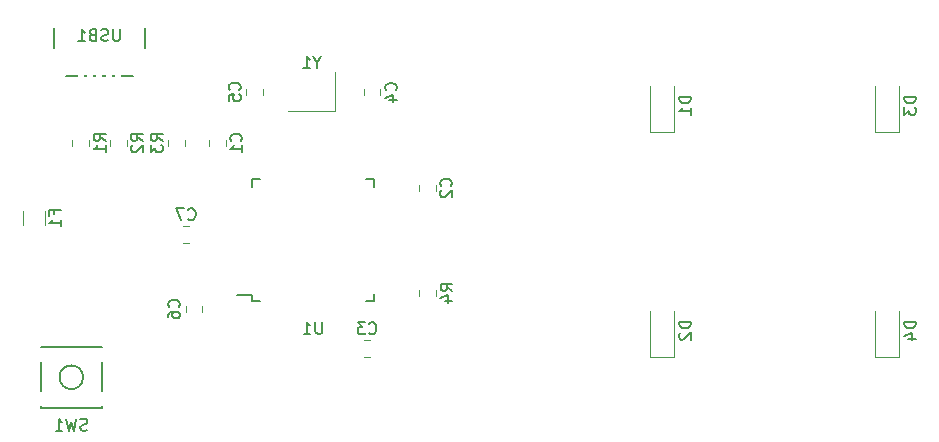
<source format=gbo>
G04 #@! TF.GenerationSoftware,KiCad,Pcbnew,(5.1.5)-3*
G04 #@! TF.CreationDate,2020-07-11T00:43:04+09:00*
G04 #@! TF.ProjectId,kicad-pcb-01,6b696361-642d-4706-9362-2d30312e6b69,rev?*
G04 #@! TF.SameCoordinates,Original*
G04 #@! TF.FileFunction,Legend,Bot*
G04 #@! TF.FilePolarity,Positive*
%FSLAX46Y46*%
G04 Gerber Fmt 4.6, Leading zero omitted, Abs format (unit mm)*
G04 Created by KiCad (PCBNEW (5.1.5)-3) date 2020-07-11 00:43:04*
%MOMM*%
%LPD*%
G04 APERTURE LIST*
%ADD10C,0.120000*%
%ADD11C,0.150000*%
%ADD12R,1.502000X1.302000*%
%ADD13O,1.802000X2.802000*%
%ADD14R,0.602000X2.352000*%
%ADD15R,0.652000X1.602000*%
%ADD16R,1.602000X0.652000*%
%ADD17R,1.902000X1.202000*%
%ADD18C,0.100000*%
%ADD19C,1.852000*%
%ADD20C,2.352000*%
%ADD21C,4.089800*%
%ADD22C,2.352000*%
%ADD23R,1.302000X1.002000*%
G04 APERTURE END LIST*
D10*
X128714250Y-114013250D02*
X124714250Y-114013250D01*
X128714250Y-110713250D02*
X128714250Y-114013250D01*
D11*
X104893750Y-105568750D02*
X104893750Y-111018750D01*
X112593750Y-105568750D02*
X112593750Y-111018750D01*
X104893750Y-111018750D02*
X112593750Y-111018750D01*
X121666250Y-129536250D02*
X120391250Y-129536250D01*
X132016250Y-130111250D02*
X131341250Y-130111250D01*
X132016250Y-119761250D02*
X131341250Y-119761250D01*
X121666250Y-119761250D02*
X122341250Y-119761250D01*
X121666250Y-130111250D02*
X122341250Y-130111250D01*
X121666250Y-119761250D02*
X121666250Y-120436250D01*
X132016250Y-119761250D02*
X132016250Y-120436250D01*
X132016250Y-130111250D02*
X132016250Y-129436250D01*
X121666250Y-130111250D02*
X121666250Y-129536250D01*
X108962500Y-133925000D02*
X103762500Y-133925000D01*
X103762500Y-133925000D02*
X103762500Y-139125000D01*
X103762500Y-139125000D02*
X108962500Y-139125000D01*
X108962500Y-139125000D02*
X108962500Y-133925000D01*
X107362500Y-136525000D02*
G75*
G03X107362500Y-136525000I-1000000J0D01*
G01*
D10*
X135815000Y-129639828D02*
X135815000Y-129122672D01*
X137235000Y-129639828D02*
X137235000Y-129122672D01*
X115994250Y-116422672D02*
X115994250Y-116939828D01*
X114574250Y-116422672D02*
X114574250Y-116939828D01*
X109621250Y-116939828D02*
X109621250Y-116422672D01*
X111041250Y-116939828D02*
X111041250Y-116422672D01*
X106446250Y-116939828D02*
X106446250Y-116422672D01*
X107866250Y-116939828D02*
X107866250Y-116422672D01*
X102277500Y-123633314D02*
X102277500Y-122429186D01*
X104097500Y-123633314D02*
X104097500Y-122429186D01*
X176418750Y-134806250D02*
X176418750Y-130906250D01*
X174418750Y-134806250D02*
X174418750Y-130906250D01*
X176418750Y-134806250D02*
X174418750Y-134806250D01*
X176418750Y-115756250D02*
X176418750Y-111856250D01*
X174418750Y-115756250D02*
X174418750Y-111856250D01*
X176418750Y-115756250D02*
X174418750Y-115756250D01*
X157368750Y-134806250D02*
X157368750Y-130906250D01*
X155368750Y-134806250D02*
X155368750Y-130906250D01*
X157368750Y-134806250D02*
X155368750Y-134806250D01*
X157368750Y-115756250D02*
X157368750Y-111856250D01*
X155368750Y-115756250D02*
X155368750Y-111856250D01*
X157368750Y-115756250D02*
X155368750Y-115756250D01*
X116353328Y-125138250D02*
X115836172Y-125138250D01*
X116353328Y-123718250D02*
X115836172Y-123718250D01*
X117454750Y-130487922D02*
X117454750Y-131005078D01*
X116034750Y-130487922D02*
X116034750Y-131005078D01*
X122598250Y-112104672D02*
X122598250Y-112621828D01*
X121178250Y-112104672D02*
X121178250Y-112621828D01*
X131116000Y-112653578D02*
X131116000Y-112136422D01*
X132536000Y-112653578D02*
X132536000Y-112136422D01*
X131671828Y-134790250D02*
X131154672Y-134790250D01*
X131671828Y-133370250D02*
X131154672Y-133370250D01*
X135783250Y-120749828D02*
X135783250Y-120232672D01*
X137203250Y-120749828D02*
X137203250Y-120232672D01*
X118003250Y-116939828D02*
X118003250Y-116422672D01*
X119423250Y-116939828D02*
X119423250Y-116422672D01*
D11*
X127190440Y-109889440D02*
X127190440Y-110365630D01*
X127523773Y-109365630D02*
X127190440Y-109889440D01*
X126857107Y-109365630D01*
X125999964Y-110365630D02*
X126571392Y-110365630D01*
X126285678Y-110365630D02*
X126285678Y-109365630D01*
X126380916Y-109508488D01*
X126476154Y-109603726D01*
X126571392Y-109651345D01*
X110481845Y-107053130D02*
X110481845Y-107862654D01*
X110434226Y-107957892D01*
X110386607Y-108005511D01*
X110291369Y-108053130D01*
X110100892Y-108053130D01*
X110005654Y-108005511D01*
X109958035Y-107957892D01*
X109910416Y-107862654D01*
X109910416Y-107053130D01*
X109481845Y-108005511D02*
X109338988Y-108053130D01*
X109100892Y-108053130D01*
X109005654Y-108005511D01*
X108958035Y-107957892D01*
X108910416Y-107862654D01*
X108910416Y-107767416D01*
X108958035Y-107672178D01*
X109005654Y-107624559D01*
X109100892Y-107576940D01*
X109291369Y-107529321D01*
X109386607Y-107481702D01*
X109434226Y-107434083D01*
X109481845Y-107338845D01*
X109481845Y-107243607D01*
X109434226Y-107148369D01*
X109386607Y-107100750D01*
X109291369Y-107053130D01*
X109053273Y-107053130D01*
X108910416Y-107100750D01*
X108148511Y-107529321D02*
X108005654Y-107576940D01*
X107958035Y-107624559D01*
X107910416Y-107719797D01*
X107910416Y-107862654D01*
X107958035Y-107957892D01*
X108005654Y-108005511D01*
X108100892Y-108053130D01*
X108481845Y-108053130D01*
X108481845Y-107053130D01*
X108148511Y-107053130D01*
X108053273Y-107100750D01*
X108005654Y-107148369D01*
X107958035Y-107243607D01*
X107958035Y-107338845D01*
X108005654Y-107434083D01*
X108053273Y-107481702D01*
X108148511Y-107529321D01*
X108481845Y-107529321D01*
X106958035Y-108053130D02*
X107529464Y-108053130D01*
X107243750Y-108053130D02*
X107243750Y-107053130D01*
X107338988Y-107195988D01*
X107434226Y-107291226D01*
X107529464Y-107338845D01*
X127603154Y-131838630D02*
X127603154Y-132648154D01*
X127555535Y-132743392D01*
X127507916Y-132791011D01*
X127412678Y-132838630D01*
X127222202Y-132838630D01*
X127126964Y-132791011D01*
X127079345Y-132743392D01*
X127031726Y-132648154D01*
X127031726Y-131838630D01*
X126031726Y-132838630D02*
X126603154Y-132838630D01*
X126317440Y-132838630D02*
X126317440Y-131838630D01*
X126412678Y-131981488D01*
X126507916Y-132076726D01*
X126603154Y-132124345D01*
X107695833Y-140993761D02*
X107552976Y-141041380D01*
X107314880Y-141041380D01*
X107219642Y-140993761D01*
X107172023Y-140946142D01*
X107124404Y-140850904D01*
X107124404Y-140755666D01*
X107172023Y-140660428D01*
X107219642Y-140612809D01*
X107314880Y-140565190D01*
X107505357Y-140517571D01*
X107600595Y-140469952D01*
X107648214Y-140422333D01*
X107695833Y-140327095D01*
X107695833Y-140231857D01*
X107648214Y-140136619D01*
X107600595Y-140089000D01*
X107505357Y-140041380D01*
X107267261Y-140041380D01*
X107124404Y-140089000D01*
X106791071Y-140041380D02*
X106552976Y-141041380D01*
X106362500Y-140327095D01*
X106172023Y-141041380D01*
X105933928Y-140041380D01*
X105029166Y-141041380D02*
X105600595Y-141041380D01*
X105314880Y-141041380D02*
X105314880Y-140041380D01*
X105410119Y-140184238D01*
X105505357Y-140279476D01*
X105600595Y-140327095D01*
X138627380Y-129214583D02*
X138151190Y-128881250D01*
X138627380Y-128643154D02*
X137627380Y-128643154D01*
X137627380Y-129024107D01*
X137675000Y-129119345D01*
X137722619Y-129166964D01*
X137817857Y-129214583D01*
X137960714Y-129214583D01*
X138055952Y-129166964D01*
X138103571Y-129119345D01*
X138151190Y-129024107D01*
X138151190Y-128643154D01*
X137960714Y-130071726D02*
X138627380Y-130071726D01*
X137579761Y-129833630D02*
X138294047Y-129595535D01*
X138294047Y-130214583D01*
X114086630Y-116514583D02*
X113610440Y-116181250D01*
X114086630Y-115943154D02*
X113086630Y-115943154D01*
X113086630Y-116324107D01*
X113134250Y-116419345D01*
X113181869Y-116466964D01*
X113277107Y-116514583D01*
X113419964Y-116514583D01*
X113515202Y-116466964D01*
X113562821Y-116419345D01*
X113610440Y-116324107D01*
X113610440Y-115943154D01*
X113086630Y-116847916D02*
X113086630Y-117466964D01*
X113467583Y-117133630D01*
X113467583Y-117276488D01*
X113515202Y-117371726D01*
X113562821Y-117419345D01*
X113658059Y-117466964D01*
X113896154Y-117466964D01*
X113991392Y-117419345D01*
X114039011Y-117371726D01*
X114086630Y-117276488D01*
X114086630Y-116990773D01*
X114039011Y-116895535D01*
X113991392Y-116847916D01*
X112433630Y-116514583D02*
X111957440Y-116181250D01*
X112433630Y-115943154D02*
X111433630Y-115943154D01*
X111433630Y-116324107D01*
X111481250Y-116419345D01*
X111528869Y-116466964D01*
X111624107Y-116514583D01*
X111766964Y-116514583D01*
X111862202Y-116466964D01*
X111909821Y-116419345D01*
X111957440Y-116324107D01*
X111957440Y-115943154D01*
X111528869Y-116895535D02*
X111481250Y-116943154D01*
X111433630Y-117038392D01*
X111433630Y-117276488D01*
X111481250Y-117371726D01*
X111528869Y-117419345D01*
X111624107Y-117466964D01*
X111719345Y-117466964D01*
X111862202Y-117419345D01*
X112433630Y-116847916D01*
X112433630Y-117466964D01*
X109258630Y-116514583D02*
X108782440Y-116181250D01*
X109258630Y-115943154D02*
X108258630Y-115943154D01*
X108258630Y-116324107D01*
X108306250Y-116419345D01*
X108353869Y-116466964D01*
X108449107Y-116514583D01*
X108591964Y-116514583D01*
X108687202Y-116466964D01*
X108734821Y-116419345D01*
X108782440Y-116324107D01*
X108782440Y-115943154D01*
X109258630Y-117466964D02*
X109258630Y-116895535D01*
X109258630Y-117181250D02*
X108258630Y-117181250D01*
X108401488Y-117086011D01*
X108496726Y-116990773D01*
X108544345Y-116895535D01*
X104936071Y-122697916D02*
X104936071Y-122364583D01*
X105459880Y-122364583D02*
X104459880Y-122364583D01*
X104459880Y-122840773D01*
X105459880Y-123745535D02*
X105459880Y-123174107D01*
X105459880Y-123459821D02*
X104459880Y-123459821D01*
X104602738Y-123364583D01*
X104697976Y-123269345D01*
X104745595Y-123174107D01*
X177871130Y-131818154D02*
X176871130Y-131818154D01*
X176871130Y-132056250D01*
X176918750Y-132199107D01*
X177013988Y-132294345D01*
X177109226Y-132341964D01*
X177299702Y-132389583D01*
X177442559Y-132389583D01*
X177633035Y-132341964D01*
X177728273Y-132294345D01*
X177823511Y-132199107D01*
X177871130Y-132056250D01*
X177871130Y-131818154D01*
X177204464Y-133246726D02*
X177871130Y-133246726D01*
X176823511Y-133008630D02*
X177537797Y-132770535D01*
X177537797Y-133389583D01*
X177871130Y-112768154D02*
X176871130Y-112768154D01*
X176871130Y-113006250D01*
X176918750Y-113149107D01*
X177013988Y-113244345D01*
X177109226Y-113291964D01*
X177299702Y-113339583D01*
X177442559Y-113339583D01*
X177633035Y-113291964D01*
X177728273Y-113244345D01*
X177823511Y-113149107D01*
X177871130Y-113006250D01*
X177871130Y-112768154D01*
X176871130Y-113672916D02*
X176871130Y-114291964D01*
X177252083Y-113958630D01*
X177252083Y-114101488D01*
X177299702Y-114196726D01*
X177347321Y-114244345D01*
X177442559Y-114291964D01*
X177680654Y-114291964D01*
X177775892Y-114244345D01*
X177823511Y-114196726D01*
X177871130Y-114101488D01*
X177871130Y-113815773D01*
X177823511Y-113720535D01*
X177775892Y-113672916D01*
X158821130Y-131818154D02*
X157821130Y-131818154D01*
X157821130Y-132056250D01*
X157868750Y-132199107D01*
X157963988Y-132294345D01*
X158059226Y-132341964D01*
X158249702Y-132389583D01*
X158392559Y-132389583D01*
X158583035Y-132341964D01*
X158678273Y-132294345D01*
X158773511Y-132199107D01*
X158821130Y-132056250D01*
X158821130Y-131818154D01*
X157916369Y-132770535D02*
X157868750Y-132818154D01*
X157821130Y-132913392D01*
X157821130Y-133151488D01*
X157868750Y-133246726D01*
X157916369Y-133294345D01*
X158011607Y-133341964D01*
X158106845Y-133341964D01*
X158249702Y-133294345D01*
X158821130Y-132722916D01*
X158821130Y-133341964D01*
X158821130Y-112768154D02*
X157821130Y-112768154D01*
X157821130Y-113006250D01*
X157868750Y-113149107D01*
X157963988Y-113244345D01*
X158059226Y-113291964D01*
X158249702Y-113339583D01*
X158392559Y-113339583D01*
X158583035Y-113291964D01*
X158678273Y-113244345D01*
X158773511Y-113149107D01*
X158821130Y-113006250D01*
X158821130Y-112768154D01*
X158821130Y-114291964D02*
X158821130Y-113720535D01*
X158821130Y-114006250D02*
X157821130Y-114006250D01*
X157963988Y-113911011D01*
X158059226Y-113815773D01*
X158106845Y-113720535D01*
X116261416Y-123135392D02*
X116309035Y-123183011D01*
X116451892Y-123230630D01*
X116547130Y-123230630D01*
X116689988Y-123183011D01*
X116785226Y-123087773D01*
X116832845Y-122992535D01*
X116880464Y-122802059D01*
X116880464Y-122659202D01*
X116832845Y-122468726D01*
X116785226Y-122373488D01*
X116689988Y-122278250D01*
X116547130Y-122230630D01*
X116451892Y-122230630D01*
X116309035Y-122278250D01*
X116261416Y-122325869D01*
X115928083Y-122230630D02*
X115261416Y-122230630D01*
X115689988Y-123230630D01*
X115451892Y-130579833D02*
X115499511Y-130532214D01*
X115547130Y-130389357D01*
X115547130Y-130294119D01*
X115499511Y-130151261D01*
X115404273Y-130056023D01*
X115309035Y-130008404D01*
X115118559Y-129960785D01*
X114975702Y-129960785D01*
X114785226Y-130008404D01*
X114689988Y-130056023D01*
X114594750Y-130151261D01*
X114547130Y-130294119D01*
X114547130Y-130389357D01*
X114594750Y-130532214D01*
X114642369Y-130579833D01*
X114547130Y-131436976D02*
X114547130Y-131246500D01*
X114594750Y-131151261D01*
X114642369Y-131103642D01*
X114785226Y-131008404D01*
X114975702Y-130960785D01*
X115356654Y-130960785D01*
X115451892Y-131008404D01*
X115499511Y-131056023D01*
X115547130Y-131151261D01*
X115547130Y-131341738D01*
X115499511Y-131436976D01*
X115451892Y-131484595D01*
X115356654Y-131532214D01*
X115118559Y-131532214D01*
X115023321Y-131484595D01*
X114975702Y-131436976D01*
X114928083Y-131341738D01*
X114928083Y-131151261D01*
X114975702Y-131056023D01*
X115023321Y-131008404D01*
X115118559Y-130960785D01*
X120595392Y-112196583D02*
X120643011Y-112148964D01*
X120690630Y-112006107D01*
X120690630Y-111910869D01*
X120643011Y-111768011D01*
X120547773Y-111672773D01*
X120452535Y-111625154D01*
X120262059Y-111577535D01*
X120119202Y-111577535D01*
X119928726Y-111625154D01*
X119833488Y-111672773D01*
X119738250Y-111768011D01*
X119690630Y-111910869D01*
X119690630Y-112006107D01*
X119738250Y-112148964D01*
X119785869Y-112196583D01*
X119690630Y-113101345D02*
X119690630Y-112625154D01*
X120166821Y-112577535D01*
X120119202Y-112625154D01*
X120071583Y-112720392D01*
X120071583Y-112958488D01*
X120119202Y-113053726D01*
X120166821Y-113101345D01*
X120262059Y-113148964D01*
X120500154Y-113148964D01*
X120595392Y-113101345D01*
X120643011Y-113053726D01*
X120690630Y-112958488D01*
X120690630Y-112720392D01*
X120643011Y-112625154D01*
X120595392Y-112577535D01*
X133833142Y-112228333D02*
X133880761Y-112180714D01*
X133928380Y-112037857D01*
X133928380Y-111942619D01*
X133880761Y-111799761D01*
X133785523Y-111704523D01*
X133690285Y-111656904D01*
X133499809Y-111609285D01*
X133356952Y-111609285D01*
X133166476Y-111656904D01*
X133071238Y-111704523D01*
X132976000Y-111799761D01*
X132928380Y-111942619D01*
X132928380Y-112037857D01*
X132976000Y-112180714D01*
X133023619Y-112228333D01*
X133261714Y-113085476D02*
X133928380Y-113085476D01*
X132880761Y-112847380D02*
X133595047Y-112609285D01*
X133595047Y-113228333D01*
X131579916Y-132787392D02*
X131627535Y-132835011D01*
X131770392Y-132882630D01*
X131865630Y-132882630D01*
X132008488Y-132835011D01*
X132103726Y-132739773D01*
X132151345Y-132644535D01*
X132198964Y-132454059D01*
X132198964Y-132311202D01*
X132151345Y-132120726D01*
X132103726Y-132025488D01*
X132008488Y-131930250D01*
X131865630Y-131882630D01*
X131770392Y-131882630D01*
X131627535Y-131930250D01*
X131579916Y-131977869D01*
X131246583Y-131882630D02*
X130627535Y-131882630D01*
X130960869Y-132263583D01*
X130818011Y-132263583D01*
X130722773Y-132311202D01*
X130675154Y-132358821D01*
X130627535Y-132454059D01*
X130627535Y-132692154D01*
X130675154Y-132787392D01*
X130722773Y-132835011D01*
X130818011Y-132882630D01*
X131103726Y-132882630D01*
X131198964Y-132835011D01*
X131246583Y-132787392D01*
X138500392Y-120324583D02*
X138548011Y-120276964D01*
X138595630Y-120134107D01*
X138595630Y-120038869D01*
X138548011Y-119896011D01*
X138452773Y-119800773D01*
X138357535Y-119753154D01*
X138167059Y-119705535D01*
X138024202Y-119705535D01*
X137833726Y-119753154D01*
X137738488Y-119800773D01*
X137643250Y-119896011D01*
X137595630Y-120038869D01*
X137595630Y-120134107D01*
X137643250Y-120276964D01*
X137690869Y-120324583D01*
X137690869Y-120705535D02*
X137643250Y-120753154D01*
X137595630Y-120848392D01*
X137595630Y-121086488D01*
X137643250Y-121181726D01*
X137690869Y-121229345D01*
X137786107Y-121276964D01*
X137881345Y-121276964D01*
X138024202Y-121229345D01*
X138595630Y-120657916D01*
X138595630Y-121276964D01*
X120720392Y-116514583D02*
X120768011Y-116466964D01*
X120815630Y-116324107D01*
X120815630Y-116228869D01*
X120768011Y-116086011D01*
X120672773Y-115990773D01*
X120577535Y-115943154D01*
X120387059Y-115895535D01*
X120244202Y-115895535D01*
X120053726Y-115943154D01*
X119958488Y-115990773D01*
X119863250Y-116086011D01*
X119815630Y-116228869D01*
X119815630Y-116324107D01*
X119863250Y-116466964D01*
X119910869Y-116514583D01*
X120815630Y-117466964D02*
X120815630Y-116895535D01*
X120815630Y-117181250D02*
X119815630Y-117181250D01*
X119958488Y-117086011D01*
X120053726Y-116990773D01*
X120101345Y-116895535D01*
%LPC*%
D12*
X127814250Y-111513250D03*
X125614250Y-111513250D03*
X125614250Y-113213250D03*
X127814250Y-113213250D03*
D13*
X105093750Y-105568750D03*
X112393750Y-105568750D03*
X112393750Y-110068750D03*
X105093750Y-110068750D03*
D14*
X107143750Y-110068750D03*
X107943750Y-110068750D03*
X108743750Y-110068750D03*
X109543750Y-110068750D03*
X110343750Y-110068750D03*
D15*
X122841250Y-130636250D03*
X123641250Y-130636250D03*
X124441250Y-130636250D03*
X125241250Y-130636250D03*
X126041250Y-130636250D03*
X126841250Y-130636250D03*
X127641250Y-130636250D03*
X128441250Y-130636250D03*
X129241250Y-130636250D03*
X130041250Y-130636250D03*
X130841250Y-130636250D03*
D16*
X132541250Y-128936250D03*
X132541250Y-128136250D03*
X132541250Y-127336250D03*
X132541250Y-126536250D03*
X132541250Y-125736250D03*
X132541250Y-124936250D03*
X132541250Y-124136250D03*
X132541250Y-123336250D03*
X132541250Y-122536250D03*
X132541250Y-121736250D03*
X132541250Y-120936250D03*
D15*
X130841250Y-119236250D03*
X130041250Y-119236250D03*
X129241250Y-119236250D03*
X128441250Y-119236250D03*
X127641250Y-119236250D03*
X126841250Y-119236250D03*
X126041250Y-119236250D03*
X125241250Y-119236250D03*
X124441250Y-119236250D03*
X123641250Y-119236250D03*
X122841250Y-119236250D03*
D16*
X121141250Y-120936250D03*
X121141250Y-121736250D03*
X121141250Y-122536250D03*
X121141250Y-123336250D03*
X121141250Y-124136250D03*
X121141250Y-124936250D03*
X121141250Y-125736250D03*
X121141250Y-126536250D03*
X121141250Y-127336250D03*
X121141250Y-128136250D03*
X121141250Y-128936250D03*
D17*
X109462500Y-138375000D03*
X103262500Y-134675000D03*
X109462500Y-134675000D03*
X103262500Y-138375000D03*
D18*
G36*
X137033141Y-127906547D02*
G01*
X137059278Y-127910424D01*
X137084909Y-127916844D01*
X137109788Y-127925745D01*
X137133674Y-127937043D01*
X137156337Y-127950627D01*
X137177560Y-127966367D01*
X137197139Y-127984111D01*
X137214883Y-128003690D01*
X137230623Y-128024913D01*
X137244207Y-128047576D01*
X137255505Y-128071462D01*
X137264406Y-128096341D01*
X137270826Y-128121972D01*
X137274703Y-128148109D01*
X137276000Y-128174500D01*
X137276000Y-128713000D01*
X137274703Y-128739391D01*
X137270826Y-128765528D01*
X137264406Y-128791159D01*
X137255505Y-128816038D01*
X137244207Y-128839924D01*
X137230623Y-128862587D01*
X137214883Y-128883810D01*
X137197139Y-128903389D01*
X137177560Y-128921133D01*
X137156337Y-128936873D01*
X137133674Y-128950457D01*
X137109788Y-128961755D01*
X137084909Y-128970656D01*
X137059278Y-128977076D01*
X137033141Y-128980953D01*
X137006750Y-128982250D01*
X136043250Y-128982250D01*
X136016859Y-128980953D01*
X135990722Y-128977076D01*
X135965091Y-128970656D01*
X135940212Y-128961755D01*
X135916326Y-128950457D01*
X135893663Y-128936873D01*
X135872440Y-128921133D01*
X135852861Y-128903389D01*
X135835117Y-128883810D01*
X135819377Y-128862587D01*
X135805793Y-128839924D01*
X135794495Y-128816038D01*
X135785594Y-128791159D01*
X135779174Y-128765528D01*
X135775297Y-128739391D01*
X135774000Y-128713000D01*
X135774000Y-128174500D01*
X135775297Y-128148109D01*
X135779174Y-128121972D01*
X135785594Y-128096341D01*
X135794495Y-128071462D01*
X135805793Y-128047576D01*
X135819377Y-128024913D01*
X135835117Y-128003690D01*
X135852861Y-127984111D01*
X135872440Y-127966367D01*
X135893663Y-127950627D01*
X135916326Y-127937043D01*
X135940212Y-127925745D01*
X135965091Y-127916844D01*
X135990722Y-127910424D01*
X136016859Y-127906547D01*
X136043250Y-127905250D01*
X137006750Y-127905250D01*
X137033141Y-127906547D01*
G37*
G36*
X137033141Y-129781547D02*
G01*
X137059278Y-129785424D01*
X137084909Y-129791844D01*
X137109788Y-129800745D01*
X137133674Y-129812043D01*
X137156337Y-129825627D01*
X137177560Y-129841367D01*
X137197139Y-129859111D01*
X137214883Y-129878690D01*
X137230623Y-129899913D01*
X137244207Y-129922576D01*
X137255505Y-129946462D01*
X137264406Y-129971341D01*
X137270826Y-129996972D01*
X137274703Y-130023109D01*
X137276000Y-130049500D01*
X137276000Y-130588000D01*
X137274703Y-130614391D01*
X137270826Y-130640528D01*
X137264406Y-130666159D01*
X137255505Y-130691038D01*
X137244207Y-130714924D01*
X137230623Y-130737587D01*
X137214883Y-130758810D01*
X137197139Y-130778389D01*
X137177560Y-130796133D01*
X137156337Y-130811873D01*
X137133674Y-130825457D01*
X137109788Y-130836755D01*
X137084909Y-130845656D01*
X137059278Y-130852076D01*
X137033141Y-130855953D01*
X137006750Y-130857250D01*
X136043250Y-130857250D01*
X136016859Y-130855953D01*
X135990722Y-130852076D01*
X135965091Y-130845656D01*
X135940212Y-130836755D01*
X135916326Y-130825457D01*
X135893663Y-130811873D01*
X135872440Y-130796133D01*
X135852861Y-130778389D01*
X135835117Y-130758810D01*
X135819377Y-130737587D01*
X135805793Y-130714924D01*
X135794495Y-130691038D01*
X135785594Y-130666159D01*
X135779174Y-130640528D01*
X135775297Y-130614391D01*
X135774000Y-130588000D01*
X135774000Y-130049500D01*
X135775297Y-130023109D01*
X135779174Y-129996972D01*
X135785594Y-129971341D01*
X135794495Y-129946462D01*
X135805793Y-129922576D01*
X135819377Y-129899913D01*
X135835117Y-129878690D01*
X135852861Y-129859111D01*
X135872440Y-129841367D01*
X135893663Y-129825627D01*
X135916326Y-129812043D01*
X135940212Y-129800745D01*
X135965091Y-129791844D01*
X135990722Y-129785424D01*
X136016859Y-129781547D01*
X136043250Y-129780250D01*
X137006750Y-129780250D01*
X137033141Y-129781547D01*
G37*
G36*
X115792391Y-117081547D02*
G01*
X115818528Y-117085424D01*
X115844159Y-117091844D01*
X115869038Y-117100745D01*
X115892924Y-117112043D01*
X115915587Y-117125627D01*
X115936810Y-117141367D01*
X115956389Y-117159111D01*
X115974133Y-117178690D01*
X115989873Y-117199913D01*
X116003457Y-117222576D01*
X116014755Y-117246462D01*
X116023656Y-117271341D01*
X116030076Y-117296972D01*
X116033953Y-117323109D01*
X116035250Y-117349500D01*
X116035250Y-117888000D01*
X116033953Y-117914391D01*
X116030076Y-117940528D01*
X116023656Y-117966159D01*
X116014755Y-117991038D01*
X116003457Y-118014924D01*
X115989873Y-118037587D01*
X115974133Y-118058810D01*
X115956389Y-118078389D01*
X115936810Y-118096133D01*
X115915587Y-118111873D01*
X115892924Y-118125457D01*
X115869038Y-118136755D01*
X115844159Y-118145656D01*
X115818528Y-118152076D01*
X115792391Y-118155953D01*
X115766000Y-118157250D01*
X114802500Y-118157250D01*
X114776109Y-118155953D01*
X114749972Y-118152076D01*
X114724341Y-118145656D01*
X114699462Y-118136755D01*
X114675576Y-118125457D01*
X114652913Y-118111873D01*
X114631690Y-118096133D01*
X114612111Y-118078389D01*
X114594367Y-118058810D01*
X114578627Y-118037587D01*
X114565043Y-118014924D01*
X114553745Y-117991038D01*
X114544844Y-117966159D01*
X114538424Y-117940528D01*
X114534547Y-117914391D01*
X114533250Y-117888000D01*
X114533250Y-117349500D01*
X114534547Y-117323109D01*
X114538424Y-117296972D01*
X114544844Y-117271341D01*
X114553745Y-117246462D01*
X114565043Y-117222576D01*
X114578627Y-117199913D01*
X114594367Y-117178690D01*
X114612111Y-117159111D01*
X114631690Y-117141367D01*
X114652913Y-117125627D01*
X114675576Y-117112043D01*
X114699462Y-117100745D01*
X114724341Y-117091844D01*
X114749972Y-117085424D01*
X114776109Y-117081547D01*
X114802500Y-117080250D01*
X115766000Y-117080250D01*
X115792391Y-117081547D01*
G37*
G36*
X115792391Y-115206547D02*
G01*
X115818528Y-115210424D01*
X115844159Y-115216844D01*
X115869038Y-115225745D01*
X115892924Y-115237043D01*
X115915587Y-115250627D01*
X115936810Y-115266367D01*
X115956389Y-115284111D01*
X115974133Y-115303690D01*
X115989873Y-115324913D01*
X116003457Y-115347576D01*
X116014755Y-115371462D01*
X116023656Y-115396341D01*
X116030076Y-115421972D01*
X116033953Y-115448109D01*
X116035250Y-115474500D01*
X116035250Y-116013000D01*
X116033953Y-116039391D01*
X116030076Y-116065528D01*
X116023656Y-116091159D01*
X116014755Y-116116038D01*
X116003457Y-116139924D01*
X115989873Y-116162587D01*
X115974133Y-116183810D01*
X115956389Y-116203389D01*
X115936810Y-116221133D01*
X115915587Y-116236873D01*
X115892924Y-116250457D01*
X115869038Y-116261755D01*
X115844159Y-116270656D01*
X115818528Y-116277076D01*
X115792391Y-116280953D01*
X115766000Y-116282250D01*
X114802500Y-116282250D01*
X114776109Y-116280953D01*
X114749972Y-116277076D01*
X114724341Y-116270656D01*
X114699462Y-116261755D01*
X114675576Y-116250457D01*
X114652913Y-116236873D01*
X114631690Y-116221133D01*
X114612111Y-116203389D01*
X114594367Y-116183810D01*
X114578627Y-116162587D01*
X114565043Y-116139924D01*
X114553745Y-116116038D01*
X114544844Y-116091159D01*
X114538424Y-116065528D01*
X114534547Y-116039391D01*
X114533250Y-116013000D01*
X114533250Y-115474500D01*
X114534547Y-115448109D01*
X114538424Y-115421972D01*
X114544844Y-115396341D01*
X114553745Y-115371462D01*
X114565043Y-115347576D01*
X114578627Y-115324913D01*
X114594367Y-115303690D01*
X114612111Y-115284111D01*
X114631690Y-115266367D01*
X114652913Y-115250627D01*
X114675576Y-115237043D01*
X114699462Y-115225745D01*
X114724341Y-115216844D01*
X114749972Y-115210424D01*
X114776109Y-115206547D01*
X114802500Y-115205250D01*
X115766000Y-115205250D01*
X115792391Y-115206547D01*
G37*
G36*
X110839391Y-115206547D02*
G01*
X110865528Y-115210424D01*
X110891159Y-115216844D01*
X110916038Y-115225745D01*
X110939924Y-115237043D01*
X110962587Y-115250627D01*
X110983810Y-115266367D01*
X111003389Y-115284111D01*
X111021133Y-115303690D01*
X111036873Y-115324913D01*
X111050457Y-115347576D01*
X111061755Y-115371462D01*
X111070656Y-115396341D01*
X111077076Y-115421972D01*
X111080953Y-115448109D01*
X111082250Y-115474500D01*
X111082250Y-116013000D01*
X111080953Y-116039391D01*
X111077076Y-116065528D01*
X111070656Y-116091159D01*
X111061755Y-116116038D01*
X111050457Y-116139924D01*
X111036873Y-116162587D01*
X111021133Y-116183810D01*
X111003389Y-116203389D01*
X110983810Y-116221133D01*
X110962587Y-116236873D01*
X110939924Y-116250457D01*
X110916038Y-116261755D01*
X110891159Y-116270656D01*
X110865528Y-116277076D01*
X110839391Y-116280953D01*
X110813000Y-116282250D01*
X109849500Y-116282250D01*
X109823109Y-116280953D01*
X109796972Y-116277076D01*
X109771341Y-116270656D01*
X109746462Y-116261755D01*
X109722576Y-116250457D01*
X109699913Y-116236873D01*
X109678690Y-116221133D01*
X109659111Y-116203389D01*
X109641367Y-116183810D01*
X109625627Y-116162587D01*
X109612043Y-116139924D01*
X109600745Y-116116038D01*
X109591844Y-116091159D01*
X109585424Y-116065528D01*
X109581547Y-116039391D01*
X109580250Y-116013000D01*
X109580250Y-115474500D01*
X109581547Y-115448109D01*
X109585424Y-115421972D01*
X109591844Y-115396341D01*
X109600745Y-115371462D01*
X109612043Y-115347576D01*
X109625627Y-115324913D01*
X109641367Y-115303690D01*
X109659111Y-115284111D01*
X109678690Y-115266367D01*
X109699913Y-115250627D01*
X109722576Y-115237043D01*
X109746462Y-115225745D01*
X109771341Y-115216844D01*
X109796972Y-115210424D01*
X109823109Y-115206547D01*
X109849500Y-115205250D01*
X110813000Y-115205250D01*
X110839391Y-115206547D01*
G37*
G36*
X110839391Y-117081547D02*
G01*
X110865528Y-117085424D01*
X110891159Y-117091844D01*
X110916038Y-117100745D01*
X110939924Y-117112043D01*
X110962587Y-117125627D01*
X110983810Y-117141367D01*
X111003389Y-117159111D01*
X111021133Y-117178690D01*
X111036873Y-117199913D01*
X111050457Y-117222576D01*
X111061755Y-117246462D01*
X111070656Y-117271341D01*
X111077076Y-117296972D01*
X111080953Y-117323109D01*
X111082250Y-117349500D01*
X111082250Y-117888000D01*
X111080953Y-117914391D01*
X111077076Y-117940528D01*
X111070656Y-117966159D01*
X111061755Y-117991038D01*
X111050457Y-118014924D01*
X111036873Y-118037587D01*
X111021133Y-118058810D01*
X111003389Y-118078389D01*
X110983810Y-118096133D01*
X110962587Y-118111873D01*
X110939924Y-118125457D01*
X110916038Y-118136755D01*
X110891159Y-118145656D01*
X110865528Y-118152076D01*
X110839391Y-118155953D01*
X110813000Y-118157250D01*
X109849500Y-118157250D01*
X109823109Y-118155953D01*
X109796972Y-118152076D01*
X109771341Y-118145656D01*
X109746462Y-118136755D01*
X109722576Y-118125457D01*
X109699913Y-118111873D01*
X109678690Y-118096133D01*
X109659111Y-118078389D01*
X109641367Y-118058810D01*
X109625627Y-118037587D01*
X109612043Y-118014924D01*
X109600745Y-117991038D01*
X109591844Y-117966159D01*
X109585424Y-117940528D01*
X109581547Y-117914391D01*
X109580250Y-117888000D01*
X109580250Y-117349500D01*
X109581547Y-117323109D01*
X109585424Y-117296972D01*
X109591844Y-117271341D01*
X109600745Y-117246462D01*
X109612043Y-117222576D01*
X109625627Y-117199913D01*
X109641367Y-117178690D01*
X109659111Y-117159111D01*
X109678690Y-117141367D01*
X109699913Y-117125627D01*
X109722576Y-117112043D01*
X109746462Y-117100745D01*
X109771341Y-117091844D01*
X109796972Y-117085424D01*
X109823109Y-117081547D01*
X109849500Y-117080250D01*
X110813000Y-117080250D01*
X110839391Y-117081547D01*
G37*
G36*
X107664391Y-115206547D02*
G01*
X107690528Y-115210424D01*
X107716159Y-115216844D01*
X107741038Y-115225745D01*
X107764924Y-115237043D01*
X107787587Y-115250627D01*
X107808810Y-115266367D01*
X107828389Y-115284111D01*
X107846133Y-115303690D01*
X107861873Y-115324913D01*
X107875457Y-115347576D01*
X107886755Y-115371462D01*
X107895656Y-115396341D01*
X107902076Y-115421972D01*
X107905953Y-115448109D01*
X107907250Y-115474500D01*
X107907250Y-116013000D01*
X107905953Y-116039391D01*
X107902076Y-116065528D01*
X107895656Y-116091159D01*
X107886755Y-116116038D01*
X107875457Y-116139924D01*
X107861873Y-116162587D01*
X107846133Y-116183810D01*
X107828389Y-116203389D01*
X107808810Y-116221133D01*
X107787587Y-116236873D01*
X107764924Y-116250457D01*
X107741038Y-116261755D01*
X107716159Y-116270656D01*
X107690528Y-116277076D01*
X107664391Y-116280953D01*
X107638000Y-116282250D01*
X106674500Y-116282250D01*
X106648109Y-116280953D01*
X106621972Y-116277076D01*
X106596341Y-116270656D01*
X106571462Y-116261755D01*
X106547576Y-116250457D01*
X106524913Y-116236873D01*
X106503690Y-116221133D01*
X106484111Y-116203389D01*
X106466367Y-116183810D01*
X106450627Y-116162587D01*
X106437043Y-116139924D01*
X106425745Y-116116038D01*
X106416844Y-116091159D01*
X106410424Y-116065528D01*
X106406547Y-116039391D01*
X106405250Y-116013000D01*
X106405250Y-115474500D01*
X106406547Y-115448109D01*
X106410424Y-115421972D01*
X106416844Y-115396341D01*
X106425745Y-115371462D01*
X106437043Y-115347576D01*
X106450627Y-115324913D01*
X106466367Y-115303690D01*
X106484111Y-115284111D01*
X106503690Y-115266367D01*
X106524913Y-115250627D01*
X106547576Y-115237043D01*
X106571462Y-115225745D01*
X106596341Y-115216844D01*
X106621972Y-115210424D01*
X106648109Y-115206547D01*
X106674500Y-115205250D01*
X107638000Y-115205250D01*
X107664391Y-115206547D01*
G37*
G36*
X107664391Y-117081547D02*
G01*
X107690528Y-117085424D01*
X107716159Y-117091844D01*
X107741038Y-117100745D01*
X107764924Y-117112043D01*
X107787587Y-117125627D01*
X107808810Y-117141367D01*
X107828389Y-117159111D01*
X107846133Y-117178690D01*
X107861873Y-117199913D01*
X107875457Y-117222576D01*
X107886755Y-117246462D01*
X107895656Y-117271341D01*
X107902076Y-117296972D01*
X107905953Y-117323109D01*
X107907250Y-117349500D01*
X107907250Y-117888000D01*
X107905953Y-117914391D01*
X107902076Y-117940528D01*
X107895656Y-117966159D01*
X107886755Y-117991038D01*
X107875457Y-118014924D01*
X107861873Y-118037587D01*
X107846133Y-118058810D01*
X107828389Y-118078389D01*
X107808810Y-118096133D01*
X107787587Y-118111873D01*
X107764924Y-118125457D01*
X107741038Y-118136755D01*
X107716159Y-118145656D01*
X107690528Y-118152076D01*
X107664391Y-118155953D01*
X107638000Y-118157250D01*
X106674500Y-118157250D01*
X106648109Y-118155953D01*
X106621972Y-118152076D01*
X106596341Y-118145656D01*
X106571462Y-118136755D01*
X106547576Y-118125457D01*
X106524913Y-118111873D01*
X106503690Y-118096133D01*
X106484111Y-118078389D01*
X106466367Y-118058810D01*
X106450627Y-118037587D01*
X106437043Y-118014924D01*
X106425745Y-117991038D01*
X106416844Y-117966159D01*
X106410424Y-117940528D01*
X106406547Y-117914391D01*
X106405250Y-117888000D01*
X106405250Y-117349500D01*
X106406547Y-117323109D01*
X106410424Y-117296972D01*
X106416844Y-117271341D01*
X106425745Y-117246462D01*
X106437043Y-117222576D01*
X106450627Y-117199913D01*
X106466367Y-117178690D01*
X106484111Y-117159111D01*
X106503690Y-117141367D01*
X106524913Y-117125627D01*
X106547576Y-117112043D01*
X106571462Y-117100745D01*
X106596341Y-117091844D01*
X106621972Y-117085424D01*
X106648109Y-117081547D01*
X106674500Y-117080250D01*
X107638000Y-117080250D01*
X107664391Y-117081547D01*
G37*
D19*
X172561250Y-132556250D03*
X162401250Y-132556250D03*
D20*
X164981250Y-128556250D03*
D21*
X167481250Y-132556250D03*
D22*
X163671250Y-130016250D02*
X164981252Y-128556250D01*
D20*
X170021250Y-127476250D03*
D22*
X169981250Y-128056250D02*
X170021250Y-127476250D01*
D19*
X172561250Y-113506250D03*
X162401250Y-113506250D03*
D20*
X164981250Y-109506250D03*
D21*
X167481250Y-113506250D03*
D22*
X163671250Y-110966250D02*
X164981252Y-109506250D01*
D20*
X170021250Y-108426250D03*
D22*
X169981250Y-109006250D02*
X170021250Y-108426250D01*
D19*
X153511250Y-132556250D03*
X143351250Y-132556250D03*
D20*
X145931250Y-128556250D03*
D21*
X148431250Y-132556250D03*
D22*
X144621250Y-130016250D02*
X145931252Y-128556250D01*
D20*
X150971250Y-127476250D03*
D22*
X150931250Y-128056250D02*
X150971250Y-127476250D01*
D19*
X153511250Y-113506250D03*
X143351250Y-113506250D03*
D20*
X145931250Y-109506250D03*
D21*
X148431250Y-113506250D03*
D22*
X144621250Y-110966250D02*
X145931252Y-109506250D01*
D20*
X150971250Y-108426250D03*
D22*
X150931250Y-109006250D02*
X150971250Y-108426250D01*
D18*
G36*
X103869604Y-120956552D02*
G01*
X103895852Y-120960446D01*
X103921593Y-120966893D01*
X103946578Y-120975833D01*
X103970566Y-120987178D01*
X103993326Y-121000821D01*
X104014640Y-121016628D01*
X104034302Y-121034448D01*
X104052122Y-121054110D01*
X104067929Y-121075424D01*
X104081572Y-121098184D01*
X104092917Y-121122172D01*
X104101857Y-121147157D01*
X104108304Y-121172898D01*
X104112198Y-121199146D01*
X104113500Y-121225650D01*
X104113500Y-122036850D01*
X104112198Y-122063354D01*
X104108304Y-122089602D01*
X104101857Y-122115343D01*
X104092917Y-122140328D01*
X104081572Y-122164316D01*
X104067929Y-122187076D01*
X104052122Y-122208390D01*
X104034302Y-122228052D01*
X104014640Y-122245872D01*
X103993326Y-122261679D01*
X103970566Y-122275322D01*
X103946578Y-122286667D01*
X103921593Y-122295607D01*
X103895852Y-122302054D01*
X103869604Y-122305948D01*
X103843100Y-122307250D01*
X102531900Y-122307250D01*
X102505396Y-122305948D01*
X102479148Y-122302054D01*
X102453407Y-122295607D01*
X102428422Y-122286667D01*
X102404434Y-122275322D01*
X102381674Y-122261679D01*
X102360360Y-122245872D01*
X102340698Y-122228052D01*
X102322878Y-122208390D01*
X102307071Y-122187076D01*
X102293428Y-122164316D01*
X102282083Y-122140328D01*
X102273143Y-122115343D01*
X102266696Y-122089602D01*
X102262802Y-122063354D01*
X102261500Y-122036850D01*
X102261500Y-121225650D01*
X102262802Y-121199146D01*
X102266696Y-121172898D01*
X102273143Y-121147157D01*
X102282083Y-121122172D01*
X102293428Y-121098184D01*
X102307071Y-121075424D01*
X102322878Y-121054110D01*
X102340698Y-121034448D01*
X102360360Y-121016628D01*
X102381674Y-121000821D01*
X102404434Y-120987178D01*
X102428422Y-120975833D01*
X102453407Y-120966893D01*
X102479148Y-120960446D01*
X102505396Y-120956552D01*
X102531900Y-120955250D01*
X103843100Y-120955250D01*
X103869604Y-120956552D01*
G37*
G36*
X103869604Y-123756552D02*
G01*
X103895852Y-123760446D01*
X103921593Y-123766893D01*
X103946578Y-123775833D01*
X103970566Y-123787178D01*
X103993326Y-123800821D01*
X104014640Y-123816628D01*
X104034302Y-123834448D01*
X104052122Y-123854110D01*
X104067929Y-123875424D01*
X104081572Y-123898184D01*
X104092917Y-123922172D01*
X104101857Y-123947157D01*
X104108304Y-123972898D01*
X104112198Y-123999146D01*
X104113500Y-124025650D01*
X104113500Y-124836850D01*
X104112198Y-124863354D01*
X104108304Y-124889602D01*
X104101857Y-124915343D01*
X104092917Y-124940328D01*
X104081572Y-124964316D01*
X104067929Y-124987076D01*
X104052122Y-125008390D01*
X104034302Y-125028052D01*
X104014640Y-125045872D01*
X103993326Y-125061679D01*
X103970566Y-125075322D01*
X103946578Y-125086667D01*
X103921593Y-125095607D01*
X103895852Y-125102054D01*
X103869604Y-125105948D01*
X103843100Y-125107250D01*
X102531900Y-125107250D01*
X102505396Y-125105948D01*
X102479148Y-125102054D01*
X102453407Y-125095607D01*
X102428422Y-125086667D01*
X102404434Y-125075322D01*
X102381674Y-125061679D01*
X102360360Y-125045872D01*
X102340698Y-125028052D01*
X102322878Y-125008390D01*
X102307071Y-124987076D01*
X102293428Y-124964316D01*
X102282083Y-124940328D01*
X102273143Y-124915343D01*
X102266696Y-124889602D01*
X102262802Y-124863354D01*
X102261500Y-124836850D01*
X102261500Y-124025650D01*
X102262802Y-123999146D01*
X102266696Y-123972898D01*
X102273143Y-123947157D01*
X102282083Y-123922172D01*
X102293428Y-123898184D01*
X102307071Y-123875424D01*
X102322878Y-123854110D01*
X102340698Y-123834448D01*
X102360360Y-123816628D01*
X102381674Y-123800821D01*
X102404434Y-123787178D01*
X102428422Y-123775833D01*
X102453407Y-123766893D01*
X102479148Y-123760446D01*
X102505396Y-123756552D01*
X102531900Y-123755250D01*
X103843100Y-123755250D01*
X103869604Y-123756552D01*
G37*
D23*
X175418750Y-130906250D03*
X175418750Y-134206250D03*
X175418750Y-111856250D03*
X175418750Y-115156250D03*
X156368750Y-130906250D03*
X156368750Y-134206250D03*
X156368750Y-111856250D03*
X156368750Y-115156250D03*
D18*
G36*
X115452891Y-123678547D02*
G01*
X115479028Y-123682424D01*
X115504659Y-123688844D01*
X115529538Y-123697745D01*
X115553424Y-123709043D01*
X115576087Y-123722627D01*
X115597310Y-123738367D01*
X115616889Y-123756111D01*
X115634633Y-123775690D01*
X115650373Y-123796913D01*
X115663957Y-123819576D01*
X115675255Y-123843462D01*
X115684156Y-123868341D01*
X115690576Y-123893972D01*
X115694453Y-123920109D01*
X115695750Y-123946500D01*
X115695750Y-124910000D01*
X115694453Y-124936391D01*
X115690576Y-124962528D01*
X115684156Y-124988159D01*
X115675255Y-125013038D01*
X115663957Y-125036924D01*
X115650373Y-125059587D01*
X115634633Y-125080810D01*
X115616889Y-125100389D01*
X115597310Y-125118133D01*
X115576087Y-125133873D01*
X115553424Y-125147457D01*
X115529538Y-125158755D01*
X115504659Y-125167656D01*
X115479028Y-125174076D01*
X115452891Y-125177953D01*
X115426500Y-125179250D01*
X114888000Y-125179250D01*
X114861609Y-125177953D01*
X114835472Y-125174076D01*
X114809841Y-125167656D01*
X114784962Y-125158755D01*
X114761076Y-125147457D01*
X114738413Y-125133873D01*
X114717190Y-125118133D01*
X114697611Y-125100389D01*
X114679867Y-125080810D01*
X114664127Y-125059587D01*
X114650543Y-125036924D01*
X114639245Y-125013038D01*
X114630344Y-124988159D01*
X114623924Y-124962528D01*
X114620047Y-124936391D01*
X114618750Y-124910000D01*
X114618750Y-123946500D01*
X114620047Y-123920109D01*
X114623924Y-123893972D01*
X114630344Y-123868341D01*
X114639245Y-123843462D01*
X114650543Y-123819576D01*
X114664127Y-123796913D01*
X114679867Y-123775690D01*
X114697611Y-123756111D01*
X114717190Y-123738367D01*
X114738413Y-123722627D01*
X114761076Y-123709043D01*
X114784962Y-123697745D01*
X114809841Y-123688844D01*
X114835472Y-123682424D01*
X114861609Y-123678547D01*
X114888000Y-123677250D01*
X115426500Y-123677250D01*
X115452891Y-123678547D01*
G37*
G36*
X117327891Y-123678547D02*
G01*
X117354028Y-123682424D01*
X117379659Y-123688844D01*
X117404538Y-123697745D01*
X117428424Y-123709043D01*
X117451087Y-123722627D01*
X117472310Y-123738367D01*
X117491889Y-123756111D01*
X117509633Y-123775690D01*
X117525373Y-123796913D01*
X117538957Y-123819576D01*
X117550255Y-123843462D01*
X117559156Y-123868341D01*
X117565576Y-123893972D01*
X117569453Y-123920109D01*
X117570750Y-123946500D01*
X117570750Y-124910000D01*
X117569453Y-124936391D01*
X117565576Y-124962528D01*
X117559156Y-124988159D01*
X117550255Y-125013038D01*
X117538957Y-125036924D01*
X117525373Y-125059587D01*
X117509633Y-125080810D01*
X117491889Y-125100389D01*
X117472310Y-125118133D01*
X117451087Y-125133873D01*
X117428424Y-125147457D01*
X117404538Y-125158755D01*
X117379659Y-125167656D01*
X117354028Y-125174076D01*
X117327891Y-125177953D01*
X117301500Y-125179250D01*
X116763000Y-125179250D01*
X116736609Y-125177953D01*
X116710472Y-125174076D01*
X116684841Y-125167656D01*
X116659962Y-125158755D01*
X116636076Y-125147457D01*
X116613413Y-125133873D01*
X116592190Y-125118133D01*
X116572611Y-125100389D01*
X116554867Y-125080810D01*
X116539127Y-125059587D01*
X116525543Y-125036924D01*
X116514245Y-125013038D01*
X116505344Y-124988159D01*
X116498924Y-124962528D01*
X116495047Y-124936391D01*
X116493750Y-124910000D01*
X116493750Y-123946500D01*
X116495047Y-123920109D01*
X116498924Y-123893972D01*
X116505344Y-123868341D01*
X116514245Y-123843462D01*
X116525543Y-123819576D01*
X116539127Y-123796913D01*
X116554867Y-123775690D01*
X116572611Y-123756111D01*
X116592190Y-123738367D01*
X116613413Y-123722627D01*
X116636076Y-123709043D01*
X116659962Y-123697745D01*
X116684841Y-123688844D01*
X116710472Y-123682424D01*
X116736609Y-123678547D01*
X116763000Y-123677250D01*
X117301500Y-123677250D01*
X117327891Y-123678547D01*
G37*
G36*
X117252891Y-131146797D02*
G01*
X117279028Y-131150674D01*
X117304659Y-131157094D01*
X117329538Y-131165995D01*
X117353424Y-131177293D01*
X117376087Y-131190877D01*
X117397310Y-131206617D01*
X117416889Y-131224361D01*
X117434633Y-131243940D01*
X117450373Y-131265163D01*
X117463957Y-131287826D01*
X117475255Y-131311712D01*
X117484156Y-131336591D01*
X117490576Y-131362222D01*
X117494453Y-131388359D01*
X117495750Y-131414750D01*
X117495750Y-131953250D01*
X117494453Y-131979641D01*
X117490576Y-132005778D01*
X117484156Y-132031409D01*
X117475255Y-132056288D01*
X117463957Y-132080174D01*
X117450373Y-132102837D01*
X117434633Y-132124060D01*
X117416889Y-132143639D01*
X117397310Y-132161383D01*
X117376087Y-132177123D01*
X117353424Y-132190707D01*
X117329538Y-132202005D01*
X117304659Y-132210906D01*
X117279028Y-132217326D01*
X117252891Y-132221203D01*
X117226500Y-132222500D01*
X116263000Y-132222500D01*
X116236609Y-132221203D01*
X116210472Y-132217326D01*
X116184841Y-132210906D01*
X116159962Y-132202005D01*
X116136076Y-132190707D01*
X116113413Y-132177123D01*
X116092190Y-132161383D01*
X116072611Y-132143639D01*
X116054867Y-132124060D01*
X116039127Y-132102837D01*
X116025543Y-132080174D01*
X116014245Y-132056288D01*
X116005344Y-132031409D01*
X115998924Y-132005778D01*
X115995047Y-131979641D01*
X115993750Y-131953250D01*
X115993750Y-131414750D01*
X115995047Y-131388359D01*
X115998924Y-131362222D01*
X116005344Y-131336591D01*
X116014245Y-131311712D01*
X116025543Y-131287826D01*
X116039127Y-131265163D01*
X116054867Y-131243940D01*
X116072611Y-131224361D01*
X116092190Y-131206617D01*
X116113413Y-131190877D01*
X116136076Y-131177293D01*
X116159962Y-131165995D01*
X116184841Y-131157094D01*
X116210472Y-131150674D01*
X116236609Y-131146797D01*
X116263000Y-131145500D01*
X117226500Y-131145500D01*
X117252891Y-131146797D01*
G37*
G36*
X117252891Y-129271797D02*
G01*
X117279028Y-129275674D01*
X117304659Y-129282094D01*
X117329538Y-129290995D01*
X117353424Y-129302293D01*
X117376087Y-129315877D01*
X117397310Y-129331617D01*
X117416889Y-129349361D01*
X117434633Y-129368940D01*
X117450373Y-129390163D01*
X117463957Y-129412826D01*
X117475255Y-129436712D01*
X117484156Y-129461591D01*
X117490576Y-129487222D01*
X117494453Y-129513359D01*
X117495750Y-129539750D01*
X117495750Y-130078250D01*
X117494453Y-130104641D01*
X117490576Y-130130778D01*
X117484156Y-130156409D01*
X117475255Y-130181288D01*
X117463957Y-130205174D01*
X117450373Y-130227837D01*
X117434633Y-130249060D01*
X117416889Y-130268639D01*
X117397310Y-130286383D01*
X117376087Y-130302123D01*
X117353424Y-130315707D01*
X117329538Y-130327005D01*
X117304659Y-130335906D01*
X117279028Y-130342326D01*
X117252891Y-130346203D01*
X117226500Y-130347500D01*
X116263000Y-130347500D01*
X116236609Y-130346203D01*
X116210472Y-130342326D01*
X116184841Y-130335906D01*
X116159962Y-130327005D01*
X116136076Y-130315707D01*
X116113413Y-130302123D01*
X116092190Y-130286383D01*
X116072611Y-130268639D01*
X116054867Y-130249060D01*
X116039127Y-130227837D01*
X116025543Y-130205174D01*
X116014245Y-130181288D01*
X116005344Y-130156409D01*
X115998924Y-130130778D01*
X115995047Y-130104641D01*
X115993750Y-130078250D01*
X115993750Y-129539750D01*
X115995047Y-129513359D01*
X115998924Y-129487222D01*
X116005344Y-129461591D01*
X116014245Y-129436712D01*
X116025543Y-129412826D01*
X116039127Y-129390163D01*
X116054867Y-129368940D01*
X116072611Y-129349361D01*
X116092190Y-129331617D01*
X116113413Y-129315877D01*
X116136076Y-129302293D01*
X116159962Y-129290995D01*
X116184841Y-129282094D01*
X116210472Y-129275674D01*
X116236609Y-129271797D01*
X116263000Y-129270500D01*
X117226500Y-129270500D01*
X117252891Y-129271797D01*
G37*
G36*
X122396391Y-112763547D02*
G01*
X122422528Y-112767424D01*
X122448159Y-112773844D01*
X122473038Y-112782745D01*
X122496924Y-112794043D01*
X122519587Y-112807627D01*
X122540810Y-112823367D01*
X122560389Y-112841111D01*
X122578133Y-112860690D01*
X122593873Y-112881913D01*
X122607457Y-112904576D01*
X122618755Y-112928462D01*
X122627656Y-112953341D01*
X122634076Y-112978972D01*
X122637953Y-113005109D01*
X122639250Y-113031500D01*
X122639250Y-113570000D01*
X122637953Y-113596391D01*
X122634076Y-113622528D01*
X122627656Y-113648159D01*
X122618755Y-113673038D01*
X122607457Y-113696924D01*
X122593873Y-113719587D01*
X122578133Y-113740810D01*
X122560389Y-113760389D01*
X122540810Y-113778133D01*
X122519587Y-113793873D01*
X122496924Y-113807457D01*
X122473038Y-113818755D01*
X122448159Y-113827656D01*
X122422528Y-113834076D01*
X122396391Y-113837953D01*
X122370000Y-113839250D01*
X121406500Y-113839250D01*
X121380109Y-113837953D01*
X121353972Y-113834076D01*
X121328341Y-113827656D01*
X121303462Y-113818755D01*
X121279576Y-113807457D01*
X121256913Y-113793873D01*
X121235690Y-113778133D01*
X121216111Y-113760389D01*
X121198367Y-113740810D01*
X121182627Y-113719587D01*
X121169043Y-113696924D01*
X121157745Y-113673038D01*
X121148844Y-113648159D01*
X121142424Y-113622528D01*
X121138547Y-113596391D01*
X121137250Y-113570000D01*
X121137250Y-113031500D01*
X121138547Y-113005109D01*
X121142424Y-112978972D01*
X121148844Y-112953341D01*
X121157745Y-112928462D01*
X121169043Y-112904576D01*
X121182627Y-112881913D01*
X121198367Y-112860690D01*
X121216111Y-112841111D01*
X121235690Y-112823367D01*
X121256913Y-112807627D01*
X121279576Y-112794043D01*
X121303462Y-112782745D01*
X121328341Y-112773844D01*
X121353972Y-112767424D01*
X121380109Y-112763547D01*
X121406500Y-112762250D01*
X122370000Y-112762250D01*
X122396391Y-112763547D01*
G37*
G36*
X122396391Y-110888547D02*
G01*
X122422528Y-110892424D01*
X122448159Y-110898844D01*
X122473038Y-110907745D01*
X122496924Y-110919043D01*
X122519587Y-110932627D01*
X122540810Y-110948367D01*
X122560389Y-110966111D01*
X122578133Y-110985690D01*
X122593873Y-111006913D01*
X122607457Y-111029576D01*
X122618755Y-111053462D01*
X122627656Y-111078341D01*
X122634076Y-111103972D01*
X122637953Y-111130109D01*
X122639250Y-111156500D01*
X122639250Y-111695000D01*
X122637953Y-111721391D01*
X122634076Y-111747528D01*
X122627656Y-111773159D01*
X122618755Y-111798038D01*
X122607457Y-111821924D01*
X122593873Y-111844587D01*
X122578133Y-111865810D01*
X122560389Y-111885389D01*
X122540810Y-111903133D01*
X122519587Y-111918873D01*
X122496924Y-111932457D01*
X122473038Y-111943755D01*
X122448159Y-111952656D01*
X122422528Y-111959076D01*
X122396391Y-111962953D01*
X122370000Y-111964250D01*
X121406500Y-111964250D01*
X121380109Y-111962953D01*
X121353972Y-111959076D01*
X121328341Y-111952656D01*
X121303462Y-111943755D01*
X121279576Y-111932457D01*
X121256913Y-111918873D01*
X121235690Y-111903133D01*
X121216111Y-111885389D01*
X121198367Y-111865810D01*
X121182627Y-111844587D01*
X121169043Y-111821924D01*
X121157745Y-111798038D01*
X121148844Y-111773159D01*
X121142424Y-111747528D01*
X121138547Y-111721391D01*
X121137250Y-111695000D01*
X121137250Y-111156500D01*
X121138547Y-111130109D01*
X121142424Y-111103972D01*
X121148844Y-111078341D01*
X121157745Y-111053462D01*
X121169043Y-111029576D01*
X121182627Y-111006913D01*
X121198367Y-110985690D01*
X121216111Y-110966111D01*
X121235690Y-110948367D01*
X121256913Y-110932627D01*
X121279576Y-110919043D01*
X121303462Y-110907745D01*
X121328341Y-110898844D01*
X121353972Y-110892424D01*
X121380109Y-110888547D01*
X121406500Y-110887250D01*
X122370000Y-110887250D01*
X122396391Y-110888547D01*
G37*
G36*
X132334141Y-110920297D02*
G01*
X132360278Y-110924174D01*
X132385909Y-110930594D01*
X132410788Y-110939495D01*
X132434674Y-110950793D01*
X132457337Y-110964377D01*
X132478560Y-110980117D01*
X132498139Y-110997861D01*
X132515883Y-111017440D01*
X132531623Y-111038663D01*
X132545207Y-111061326D01*
X132556505Y-111085212D01*
X132565406Y-111110091D01*
X132571826Y-111135722D01*
X132575703Y-111161859D01*
X132577000Y-111188250D01*
X132577000Y-111726750D01*
X132575703Y-111753141D01*
X132571826Y-111779278D01*
X132565406Y-111804909D01*
X132556505Y-111829788D01*
X132545207Y-111853674D01*
X132531623Y-111876337D01*
X132515883Y-111897560D01*
X132498139Y-111917139D01*
X132478560Y-111934883D01*
X132457337Y-111950623D01*
X132434674Y-111964207D01*
X132410788Y-111975505D01*
X132385909Y-111984406D01*
X132360278Y-111990826D01*
X132334141Y-111994703D01*
X132307750Y-111996000D01*
X131344250Y-111996000D01*
X131317859Y-111994703D01*
X131291722Y-111990826D01*
X131266091Y-111984406D01*
X131241212Y-111975505D01*
X131217326Y-111964207D01*
X131194663Y-111950623D01*
X131173440Y-111934883D01*
X131153861Y-111917139D01*
X131136117Y-111897560D01*
X131120377Y-111876337D01*
X131106793Y-111853674D01*
X131095495Y-111829788D01*
X131086594Y-111804909D01*
X131080174Y-111779278D01*
X131076297Y-111753141D01*
X131075000Y-111726750D01*
X131075000Y-111188250D01*
X131076297Y-111161859D01*
X131080174Y-111135722D01*
X131086594Y-111110091D01*
X131095495Y-111085212D01*
X131106793Y-111061326D01*
X131120377Y-111038663D01*
X131136117Y-111017440D01*
X131153861Y-110997861D01*
X131173440Y-110980117D01*
X131194663Y-110964377D01*
X131217326Y-110950793D01*
X131241212Y-110939495D01*
X131266091Y-110930594D01*
X131291722Y-110924174D01*
X131317859Y-110920297D01*
X131344250Y-110919000D01*
X132307750Y-110919000D01*
X132334141Y-110920297D01*
G37*
G36*
X132334141Y-112795297D02*
G01*
X132360278Y-112799174D01*
X132385909Y-112805594D01*
X132410788Y-112814495D01*
X132434674Y-112825793D01*
X132457337Y-112839377D01*
X132478560Y-112855117D01*
X132498139Y-112872861D01*
X132515883Y-112892440D01*
X132531623Y-112913663D01*
X132545207Y-112936326D01*
X132556505Y-112960212D01*
X132565406Y-112985091D01*
X132571826Y-113010722D01*
X132575703Y-113036859D01*
X132577000Y-113063250D01*
X132577000Y-113601750D01*
X132575703Y-113628141D01*
X132571826Y-113654278D01*
X132565406Y-113679909D01*
X132556505Y-113704788D01*
X132545207Y-113728674D01*
X132531623Y-113751337D01*
X132515883Y-113772560D01*
X132498139Y-113792139D01*
X132478560Y-113809883D01*
X132457337Y-113825623D01*
X132434674Y-113839207D01*
X132410788Y-113850505D01*
X132385909Y-113859406D01*
X132360278Y-113865826D01*
X132334141Y-113869703D01*
X132307750Y-113871000D01*
X131344250Y-113871000D01*
X131317859Y-113869703D01*
X131291722Y-113865826D01*
X131266091Y-113859406D01*
X131241212Y-113850505D01*
X131217326Y-113839207D01*
X131194663Y-113825623D01*
X131173440Y-113809883D01*
X131153861Y-113792139D01*
X131136117Y-113772560D01*
X131120377Y-113751337D01*
X131106793Y-113728674D01*
X131095495Y-113704788D01*
X131086594Y-113679909D01*
X131080174Y-113654278D01*
X131076297Y-113628141D01*
X131075000Y-113601750D01*
X131075000Y-113063250D01*
X131076297Y-113036859D01*
X131080174Y-113010722D01*
X131086594Y-112985091D01*
X131095495Y-112960212D01*
X131106793Y-112936326D01*
X131120377Y-112913663D01*
X131136117Y-112892440D01*
X131153861Y-112872861D01*
X131173440Y-112855117D01*
X131194663Y-112839377D01*
X131217326Y-112825793D01*
X131241212Y-112814495D01*
X131266091Y-112805594D01*
X131291722Y-112799174D01*
X131317859Y-112795297D01*
X131344250Y-112794000D01*
X132307750Y-112794000D01*
X132334141Y-112795297D01*
G37*
G36*
X130771391Y-133330547D02*
G01*
X130797528Y-133334424D01*
X130823159Y-133340844D01*
X130848038Y-133349745D01*
X130871924Y-133361043D01*
X130894587Y-133374627D01*
X130915810Y-133390367D01*
X130935389Y-133408111D01*
X130953133Y-133427690D01*
X130968873Y-133448913D01*
X130982457Y-133471576D01*
X130993755Y-133495462D01*
X131002656Y-133520341D01*
X131009076Y-133545972D01*
X131012953Y-133572109D01*
X131014250Y-133598500D01*
X131014250Y-134562000D01*
X131012953Y-134588391D01*
X131009076Y-134614528D01*
X131002656Y-134640159D01*
X130993755Y-134665038D01*
X130982457Y-134688924D01*
X130968873Y-134711587D01*
X130953133Y-134732810D01*
X130935389Y-134752389D01*
X130915810Y-134770133D01*
X130894587Y-134785873D01*
X130871924Y-134799457D01*
X130848038Y-134810755D01*
X130823159Y-134819656D01*
X130797528Y-134826076D01*
X130771391Y-134829953D01*
X130745000Y-134831250D01*
X130206500Y-134831250D01*
X130180109Y-134829953D01*
X130153972Y-134826076D01*
X130128341Y-134819656D01*
X130103462Y-134810755D01*
X130079576Y-134799457D01*
X130056913Y-134785873D01*
X130035690Y-134770133D01*
X130016111Y-134752389D01*
X129998367Y-134732810D01*
X129982627Y-134711587D01*
X129969043Y-134688924D01*
X129957745Y-134665038D01*
X129948844Y-134640159D01*
X129942424Y-134614528D01*
X129938547Y-134588391D01*
X129937250Y-134562000D01*
X129937250Y-133598500D01*
X129938547Y-133572109D01*
X129942424Y-133545972D01*
X129948844Y-133520341D01*
X129957745Y-133495462D01*
X129969043Y-133471576D01*
X129982627Y-133448913D01*
X129998367Y-133427690D01*
X130016111Y-133408111D01*
X130035690Y-133390367D01*
X130056913Y-133374627D01*
X130079576Y-133361043D01*
X130103462Y-133349745D01*
X130128341Y-133340844D01*
X130153972Y-133334424D01*
X130180109Y-133330547D01*
X130206500Y-133329250D01*
X130745000Y-133329250D01*
X130771391Y-133330547D01*
G37*
G36*
X132646391Y-133330547D02*
G01*
X132672528Y-133334424D01*
X132698159Y-133340844D01*
X132723038Y-133349745D01*
X132746924Y-133361043D01*
X132769587Y-133374627D01*
X132790810Y-133390367D01*
X132810389Y-133408111D01*
X132828133Y-133427690D01*
X132843873Y-133448913D01*
X132857457Y-133471576D01*
X132868755Y-133495462D01*
X132877656Y-133520341D01*
X132884076Y-133545972D01*
X132887953Y-133572109D01*
X132889250Y-133598500D01*
X132889250Y-134562000D01*
X132887953Y-134588391D01*
X132884076Y-134614528D01*
X132877656Y-134640159D01*
X132868755Y-134665038D01*
X132857457Y-134688924D01*
X132843873Y-134711587D01*
X132828133Y-134732810D01*
X132810389Y-134752389D01*
X132790810Y-134770133D01*
X132769587Y-134785873D01*
X132746924Y-134799457D01*
X132723038Y-134810755D01*
X132698159Y-134819656D01*
X132672528Y-134826076D01*
X132646391Y-134829953D01*
X132620000Y-134831250D01*
X132081500Y-134831250D01*
X132055109Y-134829953D01*
X132028972Y-134826076D01*
X132003341Y-134819656D01*
X131978462Y-134810755D01*
X131954576Y-134799457D01*
X131931913Y-134785873D01*
X131910690Y-134770133D01*
X131891111Y-134752389D01*
X131873367Y-134732810D01*
X131857627Y-134711587D01*
X131844043Y-134688924D01*
X131832745Y-134665038D01*
X131823844Y-134640159D01*
X131817424Y-134614528D01*
X131813547Y-134588391D01*
X131812250Y-134562000D01*
X131812250Y-133598500D01*
X131813547Y-133572109D01*
X131817424Y-133545972D01*
X131823844Y-133520341D01*
X131832745Y-133495462D01*
X131844043Y-133471576D01*
X131857627Y-133448913D01*
X131873367Y-133427690D01*
X131891111Y-133408111D01*
X131910690Y-133390367D01*
X131931913Y-133374627D01*
X131954576Y-133361043D01*
X131978462Y-133349745D01*
X132003341Y-133340844D01*
X132028972Y-133334424D01*
X132055109Y-133330547D01*
X132081500Y-133329250D01*
X132620000Y-133329250D01*
X132646391Y-133330547D01*
G37*
G36*
X137001391Y-119016547D02*
G01*
X137027528Y-119020424D01*
X137053159Y-119026844D01*
X137078038Y-119035745D01*
X137101924Y-119047043D01*
X137124587Y-119060627D01*
X137145810Y-119076367D01*
X137165389Y-119094111D01*
X137183133Y-119113690D01*
X137198873Y-119134913D01*
X137212457Y-119157576D01*
X137223755Y-119181462D01*
X137232656Y-119206341D01*
X137239076Y-119231972D01*
X137242953Y-119258109D01*
X137244250Y-119284500D01*
X137244250Y-119823000D01*
X137242953Y-119849391D01*
X137239076Y-119875528D01*
X137232656Y-119901159D01*
X137223755Y-119926038D01*
X137212457Y-119949924D01*
X137198873Y-119972587D01*
X137183133Y-119993810D01*
X137165389Y-120013389D01*
X137145810Y-120031133D01*
X137124587Y-120046873D01*
X137101924Y-120060457D01*
X137078038Y-120071755D01*
X137053159Y-120080656D01*
X137027528Y-120087076D01*
X137001391Y-120090953D01*
X136975000Y-120092250D01*
X136011500Y-120092250D01*
X135985109Y-120090953D01*
X135958972Y-120087076D01*
X135933341Y-120080656D01*
X135908462Y-120071755D01*
X135884576Y-120060457D01*
X135861913Y-120046873D01*
X135840690Y-120031133D01*
X135821111Y-120013389D01*
X135803367Y-119993810D01*
X135787627Y-119972587D01*
X135774043Y-119949924D01*
X135762745Y-119926038D01*
X135753844Y-119901159D01*
X135747424Y-119875528D01*
X135743547Y-119849391D01*
X135742250Y-119823000D01*
X135742250Y-119284500D01*
X135743547Y-119258109D01*
X135747424Y-119231972D01*
X135753844Y-119206341D01*
X135762745Y-119181462D01*
X135774043Y-119157576D01*
X135787627Y-119134913D01*
X135803367Y-119113690D01*
X135821111Y-119094111D01*
X135840690Y-119076367D01*
X135861913Y-119060627D01*
X135884576Y-119047043D01*
X135908462Y-119035745D01*
X135933341Y-119026844D01*
X135958972Y-119020424D01*
X135985109Y-119016547D01*
X136011500Y-119015250D01*
X136975000Y-119015250D01*
X137001391Y-119016547D01*
G37*
G36*
X137001391Y-120891547D02*
G01*
X137027528Y-120895424D01*
X137053159Y-120901844D01*
X137078038Y-120910745D01*
X137101924Y-120922043D01*
X137124587Y-120935627D01*
X137145810Y-120951367D01*
X137165389Y-120969111D01*
X137183133Y-120988690D01*
X137198873Y-121009913D01*
X137212457Y-121032576D01*
X137223755Y-121056462D01*
X137232656Y-121081341D01*
X137239076Y-121106972D01*
X137242953Y-121133109D01*
X137244250Y-121159500D01*
X137244250Y-121698000D01*
X137242953Y-121724391D01*
X137239076Y-121750528D01*
X137232656Y-121776159D01*
X137223755Y-121801038D01*
X137212457Y-121824924D01*
X137198873Y-121847587D01*
X137183133Y-121868810D01*
X137165389Y-121888389D01*
X137145810Y-121906133D01*
X137124587Y-121921873D01*
X137101924Y-121935457D01*
X137078038Y-121946755D01*
X137053159Y-121955656D01*
X137027528Y-121962076D01*
X137001391Y-121965953D01*
X136975000Y-121967250D01*
X136011500Y-121967250D01*
X135985109Y-121965953D01*
X135958972Y-121962076D01*
X135933341Y-121955656D01*
X135908462Y-121946755D01*
X135884576Y-121935457D01*
X135861913Y-121921873D01*
X135840690Y-121906133D01*
X135821111Y-121888389D01*
X135803367Y-121868810D01*
X135787627Y-121847587D01*
X135774043Y-121824924D01*
X135762745Y-121801038D01*
X135753844Y-121776159D01*
X135747424Y-121750528D01*
X135743547Y-121724391D01*
X135742250Y-121698000D01*
X135742250Y-121159500D01*
X135743547Y-121133109D01*
X135747424Y-121106972D01*
X135753844Y-121081341D01*
X135762745Y-121056462D01*
X135774043Y-121032576D01*
X135787627Y-121009913D01*
X135803367Y-120988690D01*
X135821111Y-120969111D01*
X135840690Y-120951367D01*
X135861913Y-120935627D01*
X135884576Y-120922043D01*
X135908462Y-120910745D01*
X135933341Y-120901844D01*
X135958972Y-120895424D01*
X135985109Y-120891547D01*
X136011500Y-120890250D01*
X136975000Y-120890250D01*
X137001391Y-120891547D01*
G37*
G36*
X119221391Y-115206547D02*
G01*
X119247528Y-115210424D01*
X119273159Y-115216844D01*
X119298038Y-115225745D01*
X119321924Y-115237043D01*
X119344587Y-115250627D01*
X119365810Y-115266367D01*
X119385389Y-115284111D01*
X119403133Y-115303690D01*
X119418873Y-115324913D01*
X119432457Y-115347576D01*
X119443755Y-115371462D01*
X119452656Y-115396341D01*
X119459076Y-115421972D01*
X119462953Y-115448109D01*
X119464250Y-115474500D01*
X119464250Y-116013000D01*
X119462953Y-116039391D01*
X119459076Y-116065528D01*
X119452656Y-116091159D01*
X119443755Y-116116038D01*
X119432457Y-116139924D01*
X119418873Y-116162587D01*
X119403133Y-116183810D01*
X119385389Y-116203389D01*
X119365810Y-116221133D01*
X119344587Y-116236873D01*
X119321924Y-116250457D01*
X119298038Y-116261755D01*
X119273159Y-116270656D01*
X119247528Y-116277076D01*
X119221391Y-116280953D01*
X119195000Y-116282250D01*
X118231500Y-116282250D01*
X118205109Y-116280953D01*
X118178972Y-116277076D01*
X118153341Y-116270656D01*
X118128462Y-116261755D01*
X118104576Y-116250457D01*
X118081913Y-116236873D01*
X118060690Y-116221133D01*
X118041111Y-116203389D01*
X118023367Y-116183810D01*
X118007627Y-116162587D01*
X117994043Y-116139924D01*
X117982745Y-116116038D01*
X117973844Y-116091159D01*
X117967424Y-116065528D01*
X117963547Y-116039391D01*
X117962250Y-116013000D01*
X117962250Y-115474500D01*
X117963547Y-115448109D01*
X117967424Y-115421972D01*
X117973844Y-115396341D01*
X117982745Y-115371462D01*
X117994043Y-115347576D01*
X118007627Y-115324913D01*
X118023367Y-115303690D01*
X118041111Y-115284111D01*
X118060690Y-115266367D01*
X118081913Y-115250627D01*
X118104576Y-115237043D01*
X118128462Y-115225745D01*
X118153341Y-115216844D01*
X118178972Y-115210424D01*
X118205109Y-115206547D01*
X118231500Y-115205250D01*
X119195000Y-115205250D01*
X119221391Y-115206547D01*
G37*
G36*
X119221391Y-117081547D02*
G01*
X119247528Y-117085424D01*
X119273159Y-117091844D01*
X119298038Y-117100745D01*
X119321924Y-117112043D01*
X119344587Y-117125627D01*
X119365810Y-117141367D01*
X119385389Y-117159111D01*
X119403133Y-117178690D01*
X119418873Y-117199913D01*
X119432457Y-117222576D01*
X119443755Y-117246462D01*
X119452656Y-117271341D01*
X119459076Y-117296972D01*
X119462953Y-117323109D01*
X119464250Y-117349500D01*
X119464250Y-117888000D01*
X119462953Y-117914391D01*
X119459076Y-117940528D01*
X119452656Y-117966159D01*
X119443755Y-117991038D01*
X119432457Y-118014924D01*
X119418873Y-118037587D01*
X119403133Y-118058810D01*
X119385389Y-118078389D01*
X119365810Y-118096133D01*
X119344587Y-118111873D01*
X119321924Y-118125457D01*
X119298038Y-118136755D01*
X119273159Y-118145656D01*
X119247528Y-118152076D01*
X119221391Y-118155953D01*
X119195000Y-118157250D01*
X118231500Y-118157250D01*
X118205109Y-118155953D01*
X118178972Y-118152076D01*
X118153341Y-118145656D01*
X118128462Y-118136755D01*
X118104576Y-118125457D01*
X118081913Y-118111873D01*
X118060690Y-118096133D01*
X118041111Y-118078389D01*
X118023367Y-118058810D01*
X118007627Y-118037587D01*
X117994043Y-118014924D01*
X117982745Y-117991038D01*
X117973844Y-117966159D01*
X117967424Y-117940528D01*
X117963547Y-117914391D01*
X117962250Y-117888000D01*
X117962250Y-117349500D01*
X117963547Y-117323109D01*
X117967424Y-117296972D01*
X117973844Y-117271341D01*
X117982745Y-117246462D01*
X117994043Y-117222576D01*
X118007627Y-117199913D01*
X118023367Y-117178690D01*
X118041111Y-117159111D01*
X118060690Y-117141367D01*
X118081913Y-117125627D01*
X118104576Y-117112043D01*
X118128462Y-117100745D01*
X118153341Y-117091844D01*
X118178972Y-117085424D01*
X118205109Y-117081547D01*
X118231500Y-117080250D01*
X119195000Y-117080250D01*
X119221391Y-117081547D01*
G37*
M02*

</source>
